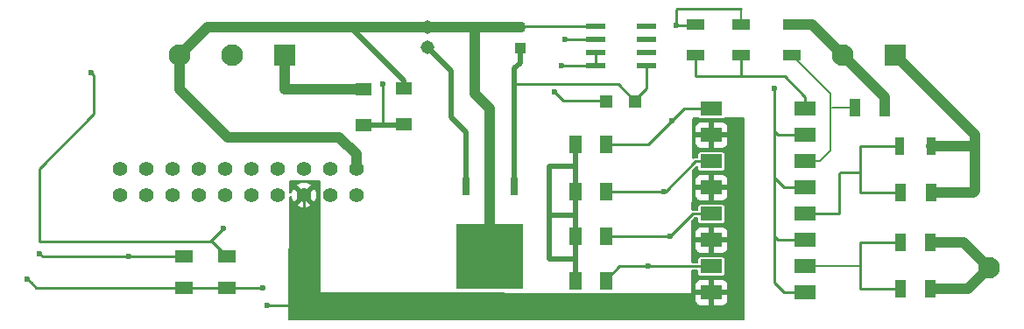
<source format=gbr>
%TF.GenerationSoftware,KiCad,Pcbnew,9.0.0*%
%TF.CreationDate,2025-11-28T03:58:01-07:00*%
%TF.ProjectId,signal-board,7369676e-616c-42d6-926f-6172642e6b69,rev?*%
%TF.SameCoordinates,Original*%
%TF.FileFunction,Copper,L2,Bot*%
%TF.FilePolarity,Positive*%
%FSLAX46Y46*%
G04 Gerber Fmt 4.6, Leading zero omitted, Abs format (unit mm)*
G04 Created by KiCad (PCBNEW 9.0.0) date 2025-11-28 03:58:01*
%MOMM*%
%LPD*%
G01*
G04 APERTURE LIST*
%TA.AperFunction,ComponentPad*%
%ADD10R,2.100000X2.100000*%
%TD*%
%TA.AperFunction,ComponentPad*%
%ADD11C,2.100000*%
%TD*%
%TA.AperFunction,SMDPad,CuDef*%
%ADD12R,1.050000X1.720000*%
%TD*%
%TA.AperFunction,SMDPad,CuDef*%
%ADD13R,0.890000X1.680000*%
%TD*%
%TA.AperFunction,SMDPad,CuDef*%
%ADD14R,1.770000X1.170000*%
%TD*%
%TA.AperFunction,SMDPad,CuDef*%
%ADD15R,1.200000X1.200000*%
%TD*%
%TA.AperFunction,SMDPad,CuDef*%
%ADD16R,0.711200X1.701800*%
%TD*%
%TA.AperFunction,SMDPad,CuDef*%
%ADD17R,6.553200X6.223000*%
%TD*%
%TA.AperFunction,SMDPad,CuDef*%
%ADD18R,1.170000X1.770000*%
%TD*%
%TA.AperFunction,SMDPad,CuDef*%
%ADD19R,1.720000X1.050000*%
%TD*%
%TA.AperFunction,ComponentPad*%
%ADD20R,1.100000X1.100000*%
%TD*%
%TA.AperFunction,ComponentPad*%
%ADD21C,1.100000*%
%TD*%
%TA.AperFunction,SMDPad,CuDef*%
%ADD22R,1.500000X1.250000*%
%TD*%
%TA.AperFunction,ComponentPad*%
%ADD23C,1.397000*%
%TD*%
%TA.AperFunction,SMDPad,CuDef*%
%ADD24R,2.090000X1.390000*%
%TD*%
%TA.AperFunction,SMDPad,CuDef*%
%ADD25R,1.981200X0.558800*%
%TD*%
%TA.AperFunction,ComponentPad*%
%ADD26C,1.308000*%
%TD*%
%TA.AperFunction,ViaPad*%
%ADD27C,0.600000*%
%TD*%
%TA.AperFunction,Conductor*%
%ADD28C,0.254000*%
%TD*%
%TA.AperFunction,Conductor*%
%ADD29C,0.200000*%
%TD*%
%TA.AperFunction,Conductor*%
%ADD30C,1.000000*%
%TD*%
%TA.AperFunction,Conductor*%
%ADD31C,0.500000*%
%TD*%
G04 APERTURE END LIST*
D10*
%TO.P,J1,01,01*%
%TO.N,ramp_up*%
X186002500Y-75090000D03*
D11*
%TO.P,J1,02,02*%
%TO.N,ramp_down*%
X180922500Y-75090000D03*
%TD*%
%TO.P,,03,02*%
%TO.N,spare*%
X195070000Y-95640000D03*
%TD*%
D12*
%TO.P,R5,2*%
%TO.N,/ramp_down_opto*%
X182120000Y-80190000D03*
%TO.P,R5,1*%
%TO.N,ramp_down*%
X185040000Y-80190000D03*
%TD*%
D13*
%TO.P,R4,2*%
%TO.N,ramp_up_opto*%
X186475000Y-83840000D03*
%TO.P,R4,1*%
%TO.N,ramp_up*%
X189465000Y-83840000D03*
%TD*%
D12*
%TO.P,R1,2*%
%TO.N,spare_opto*%
X186510000Y-97690000D03*
%TO.P,R1,1*%
%TO.N,spare*%
X189430000Y-97690000D03*
%TD*%
%TO.P,R2,2*%
%TO.N,spare_opto*%
X186510000Y-93190000D03*
%TO.P,R2,1*%
%TO.N,spare*%
X189430000Y-93190000D03*
%TD*%
%TO.P,R3,2*%
%TO.N,ramp_up_opto*%
X186550000Y-88340000D03*
%TO.P,R3,1*%
%TO.N,ramp_up*%
X189470000Y-88340000D03*
%TD*%
D10*
%TO.P,J2,01,01*%
%TO.N,sim_home*%
X126992500Y-75106000D03*
D11*
%TO.P,J2,02,02*%
%TO.N,+VIN-dc*%
X121912500Y-75106000D03*
%TO.P,J2,03,03*%
%TO.N,-Vin*%
X116832500Y-75106000D03*
%TD*%
D14*
%TO.P,R18,2*%
%TO.N,GPIO_22*%
X117250000Y-94572000D03*
%TO.P,R18,1*%
%TO.N,+3.3V*%
X117250000Y-97560000D03*
%TD*%
D15*
%TO.P,U4,2*%
%TO.N,Net-(U3-1IN+)*%
X158090000Y-79528100D03*
%TO.P,U4,1*%
%TO.N,VDD*%
X160890000Y-79528100D03*
%TD*%
D16*
%TO.P,U5,3,OUTPUT*%
%TO.N,VDD*%
X149150001Y-87809600D03*
D17*
%TO.P,U5,2,Common*%
%TO.N,-Vin*%
X146850000Y-94566000D03*
D16*
%TO.P,U5,1,INPUT*%
%TO.N,+VIN-dc*%
X144549999Y-87809600D03*
%TD*%
D14*
%TO.P,R17,2*%
%TO.N,GPIO_21*%
X121420000Y-94572000D03*
%TO.P,R17,1*%
%TO.N,+3.3V*%
X121420000Y-97560000D03*
%TD*%
D18*
%TO.P,R12,2*%
%TO.N,+3.3V*%
X155096000Y-88278100D03*
%TO.P,R12,1*%
%TO.N,GPIO_25*%
X158084000Y-88278100D03*
%TD*%
D19*
%TO.P,R6,2*%
%TO.N,/ramp_down_opto*%
X176060000Y-75070000D03*
%TO.P,R6,1*%
%TO.N,ramp_down*%
X176060000Y-72150000D03*
%TD*%
D20*
%TO.P,C4,P*%
%TO.N,VDD*%
X149750000Y-74358100D03*
D21*
%TO.P,C4,N*%
%TO.N,-Vin*%
X149750000Y-72358100D03*
%TD*%
D22*
%TO.P,R19,2*%
%TO.N,sim_home*%
X134640000Y-78403100D03*
%TO.P,R19,1*%
%TO.N,Net-(U3-1IN+)*%
X134640000Y-81853100D03*
%TD*%
D19*
%TO.P,R22,2*%
%TO.N,/sim_home_opto*%
X166730000Y-75058100D03*
%TO.P,R22,1*%
%TO.N,sim_home_safe*%
X166730000Y-72138100D03*
%TD*%
D23*
%TO.P,J6,B10,B10*%
%TO.N,-Vin*%
X133954900Y-86080851D03*
%TO.P,J6,B9,B9*%
%TO.N,GPIO_21*%
X131414900Y-86080851D03*
%TO.P,J6,B8,B8*%
%TO.N,GPIO_22*%
X128874900Y-86080851D03*
%TO.P,J6,B7,B7*%
%TO.N,GPIO_23*%
X126334900Y-86080851D03*
%TO.P,J6,B6,B6*%
%TO.N,+3.3V*%
X123794900Y-86080851D03*
%TO.P,J6,B5,B5*%
%TO.N,GPIO_32*%
X121254900Y-86080851D03*
%TO.P,J6,B4,B4*%
%TO.N,GPIO_33*%
X118714900Y-86080851D03*
%TO.P,J6,B3,B3*%
%TO.N,GPIO_25*%
X116174900Y-86080851D03*
%TO.P,J6,B2,B2*%
%TO.N,GPIO_26*%
X113634900Y-86080851D03*
%TO.P,J6,B1,B1*%
%TO.N,GPIO_27*%
X111094900Y-86080851D03*
%TO.P,J6,A10,A10*%
%TO.N,CLK*%
X133954900Y-88620851D03*
%TO.P,J6,A9,A9*%
%TO.N,GPIO_2*%
X131414900Y-88620851D03*
%TO.P,J6,A8,A8*%
%TO.N,ESP_GND2*%
X128874900Y-88620851D03*
%TO.P,J6,A7,A7*%
%TO.N,GPIO_13*%
X126334900Y-88620851D03*
%TO.P,J6,A6,A6*%
%TO.N,GPIO_ANAG_35*%
X123794900Y-88620851D03*
%TO.P,J6,A5,A5*%
%TO.N,unconnected-(J6-PadA5)*%
X121254900Y-88620851D03*
%TO.P,J6,A4,A4*%
%TO.N,GPIO_ANAG_34*%
X118714900Y-88620851D03*
%TO.P,J6,A3,A3*%
%TO.N,+VOUT_esp_signal*%
X116174900Y-88620851D03*
%TO.P,J6,A2,A2*%
%TO.N,+VIN-dc*%
X113634900Y-88620851D03*
%TO.P,J6,A1,A1*%
%TO.N,+VIN*%
X111094900Y-88620851D03*
%TD*%
D18*
%TO.P,R9,2*%
%TO.N,+3.3V*%
X155096000Y-96878100D03*
%TO.P,R9,1*%
%TO.N,GPIO_32*%
X158084000Y-96878100D03*
%TD*%
D24*
%TO.P,U2,16*%
%TO.N,GPIO_26*%
X168250000Y-80276000D03*
%TO.P,U2,15*%
%TO.N,ESP_GND2*%
X168250000Y-82816000D03*
%TO.P,U2,14*%
%TO.N,GPIO_25*%
X168250000Y-85356000D03*
%TO.P,U2,13*%
%TO.N,ESP_GND2*%
X168250000Y-87896000D03*
%TO.P,U2,12*%
%TO.N,GPIO_33*%
X168250000Y-90436000D03*
%TO.P,U2,11*%
%TO.N,ESP_GND2*%
X168250000Y-92976000D03*
%TO.P,U2,10*%
%TO.N,GPIO_32*%
X168250000Y-95516000D03*
%TO.P,U2,9*%
%TO.N,ESP_GND2*%
X168250000Y-98056000D03*
%TO.P,U2,8*%
%TO.N,-Vin*%
X177330000Y-98056000D03*
%TO.P,U2,7*%
%TO.N,spare_opto*%
X177330000Y-95516000D03*
%TO.P,U2,6*%
%TO.N,-Vin*%
X177330000Y-92976000D03*
%TO.P,U2,5*%
%TO.N,ramp_up_opto*%
X177330000Y-90436000D03*
%TO.P,U2,4*%
%TO.N,-Vin*%
X177330000Y-87896000D03*
%TO.P,U2,3*%
%TO.N,/ramp_down_opto*%
X177330000Y-85356000D03*
%TO.P,U2,2*%
%TO.N,-Vin*%
X177330000Y-82816000D03*
%TO.P,U2,1*%
%TO.N,/sim_home_opto*%
X177330000Y-80276000D03*
%TD*%
D25*
%TO.P,U3,8,VDD*%
%TO.N,VDD*%
X161983800Y-76103100D03*
%TO.P,U3,7,2OUT*%
%TO.N,unconnected-(U3-2OUT-Pad7)*%
X161983800Y-74833100D03*
%TO.P,U3,6,2IN-*%
%TO.N,unconnected-(U3-2IN--Pad6)*%
X161983800Y-73563100D03*
%TO.P,U3,5,2IN+*%
%TO.N,unconnected-(U3-2IN+-Pad5)*%
X161983800Y-72293100D03*
%TO.P,U3,4,GND*%
%TO.N,-Vin*%
X157056200Y-72293100D03*
%TO.P,U3,3,1IN+*%
%TO.N,Net-(U3-1IN+)*%
X157056200Y-73563100D03*
%TO.P,U3,2,1IN-*%
%TO.N,sim_home_safe*%
X157056200Y-74833100D03*
%TO.P,U3,1,1OUT*%
X157056200Y-76103100D03*
%TD*%
D18*
%TO.P,R10,2*%
%TO.N,+3.3V*%
X155096000Y-92628100D03*
%TO.P,R10,1*%
%TO.N,GPIO_33*%
X158084000Y-92628100D03*
%TD*%
D19*
%TO.P,R20,2*%
%TO.N,/sim_home_opto*%
X171130000Y-75058100D03*
%TO.P,R20,1*%
%TO.N,sim_home_safe*%
X171130000Y-72138100D03*
%TD*%
D26*
%TO.P,C5,2*%
%TO.N,-Vin*%
X140790000Y-72328100D03*
%TO.P,C5,1*%
%TO.N,+VIN-dc*%
X140790000Y-74328100D03*
%TD*%
D22*
%TO.P,R21,2*%
%TO.N,Net-(U3-1IN+)*%
X138560000Y-81753100D03*
%TO.P,R21,1*%
%TO.N,-Vin*%
X138560000Y-78303100D03*
%TD*%
D18*
%TO.P,R11,2*%
%TO.N,+3.3V*%
X155096000Y-83728100D03*
%TO.P,R11,1*%
%TO.N,GPIO_26*%
X158084000Y-83728100D03*
%TD*%
D27*
%TO.N,Net-(U3-1IN+)*%
X153113950Y-78652050D03*
%TO.N,+3.3V*%
X124930000Y-97616000D03*
%TO.N,GPIO_26*%
X164445000Y-81421000D03*
%TO.N,GPIO_22*%
X111900000Y-94572000D03*
%TO.N,GPIO_33*%
X164250000Y-92616000D03*
%TO.N,sim_home_safe*%
X153740000Y-76078100D03*
%TO.N,GPIO_25*%
X163700000Y-88316000D03*
%TO.N,GPIO_32*%
X162150000Y-95516000D03*
%TO.N,Net-(U3-1IN+)*%
X136530000Y-77906000D03*
%TO.N,+3.3V*%
X102150000Y-96716000D03*
%TO.N,-Vin*%
X174300000Y-78266000D03*
%TO.N,Net-(U3-1IN+)*%
X154090000Y-73563100D03*
%TO.N,GPIO_21*%
X108336601Y-76780001D03*
%TO.N,GPIO_22*%
X103300000Y-94266000D03*
%TO.N,+3.3V*%
X152580000Y-90556000D03*
%TO.N,ESP_GND2*%
X125280000Y-99256000D03*
%TO.N,sim_home_safe*%
X164840000Y-72166000D03*
%TO.N,GPIO_21*%
X121100000Y-91866000D03*
%TD*%
D28*
%TO.N,/sim_home_opto*%
X171130000Y-77138100D02*
X171140000Y-77148100D01*
X171140000Y-77148100D02*
X175332100Y-77148100D01*
X171130000Y-75058100D02*
X171130000Y-77138100D01*
D29*
%TO.N,sim_home_safe*%
X171130000Y-72138100D02*
X171130000Y-70570000D01*
D28*
X164916000Y-70570000D02*
X171130000Y-70570000D01*
X164840000Y-70646000D02*
X164916000Y-70570000D01*
X164840000Y-72166000D02*
X164840000Y-70646000D01*
D30*
%TO.N,ramp_down*%
X185002500Y-79170000D02*
X180922500Y-75090000D01*
X185002500Y-80152500D02*
X185002500Y-79170000D01*
X177982500Y-72150000D02*
X180922500Y-75090000D01*
%TO.N,ramp_up*%
X193690000Y-82777500D02*
X186002500Y-75090000D01*
X193690000Y-83840000D02*
X193690000Y-82777500D01*
D29*
%TO.N,/ramp_down_opto*%
X178710000Y-85356000D02*
X177330000Y-85356000D01*
X179790000Y-78800000D02*
X179790000Y-84276000D01*
X176060000Y-75070000D02*
X179790000Y-78800000D01*
X179790000Y-84276000D02*
X178710000Y-85356000D01*
D30*
%TO.N,ramp_down*%
X177982500Y-72150000D02*
X176060000Y-72150000D01*
%TO.N,ramp_up*%
X193690000Y-88220000D02*
X193570000Y-88340000D01*
X193690000Y-83840000D02*
X193690000Y-88220000D01*
D29*
%TO.N,spare_opto*%
X182636000Y-95516000D02*
X182650000Y-95530000D01*
X177330000Y-95516000D02*
X182636000Y-95516000D01*
%TO.N,ramp_down*%
X185002500Y-80152500D02*
X185040000Y-80190000D01*
%TO.N,/ramp_down_opto*%
X182120000Y-80190000D02*
X179910000Y-80190000D01*
D30*
%TO.N,spare*%
X189430000Y-97690000D02*
X193020000Y-97690000D01*
X189430000Y-93190000D02*
X192620000Y-93190000D01*
X193020000Y-97690000D02*
X195070000Y-95640000D01*
X192620000Y-93190000D02*
X195070000Y-95640000D01*
D28*
%TO.N,ramp_up_opto*%
X186550000Y-88340000D02*
X182670000Y-88340000D01*
X182670000Y-86430000D02*
X182670000Y-88340000D01*
D30*
%TO.N,ramp_up*%
X193570000Y-88340000D02*
X189470000Y-88340000D01*
X189465000Y-83840000D02*
X193690000Y-83840000D01*
D28*
%TO.N,ramp_up_opto*%
X180750000Y-86380000D02*
X182620000Y-86380000D01*
X182670000Y-83840000D02*
X182670000Y-86430000D01*
%TO.N,spare_opto*%
X186510000Y-93190000D02*
X182650000Y-93190000D01*
X182650000Y-93190000D02*
X182650000Y-95530000D01*
X186510000Y-97690000D02*
X182650000Y-97690000D01*
%TO.N,ramp_up_opto*%
X182620000Y-86380000D02*
X182670000Y-86430000D01*
X186475000Y-83840000D02*
X182670000Y-83840000D01*
%TO.N,spare_opto*%
X182650000Y-97690000D02*
X182650000Y-95530000D01*
%TO.N,GPIO_21*%
X108581000Y-77024400D02*
X108336601Y-76780001D01*
X108581000Y-80785000D02*
X108581000Y-77024400D01*
D30*
%TO.N,-Vin*%
X121470400Y-83026000D02*
X132300000Y-83026000D01*
X116822500Y-78378100D02*
X121470400Y-83026000D01*
X132300000Y-83026000D02*
X133954900Y-84680900D01*
X116832500Y-78368100D02*
X116822500Y-78378100D01*
X133954900Y-84680900D02*
X133954900Y-85750900D01*
X116832500Y-75106000D02*
X116832500Y-78368100D01*
X133954900Y-85750900D02*
X133980000Y-85776000D01*
D31*
%TO.N,VDD*%
X149200000Y-87759601D02*
X149150001Y-87809600D01*
D30*
%TO.N,-Vin*%
X146800000Y-94516000D02*
X146800000Y-80216000D01*
D28*
%TO.N,GPIO_22*%
X103606000Y-94572000D02*
X111900000Y-94572000D01*
%TO.N,/sim_home_opto*%
X177330000Y-79146000D02*
X177330000Y-80276000D01*
%TO.N,GPIO_25*%
X158121900Y-88316000D02*
X158084000Y-88278100D01*
%TO.N,GPIO_21*%
X116300000Y-93116000D02*
X119964000Y-93116000D01*
D31*
%TO.N,Net-(U3-1IN+)*%
X138560000Y-81753100D02*
X138485000Y-81828100D01*
D28*
%TO.N,+3.3V*%
X124874000Y-97560000D02*
X121420000Y-97560000D01*
D31*
X155096000Y-85806000D02*
X155096000Y-83728100D01*
D28*
%TO.N,/sim_home_opto*%
X166730000Y-77148100D02*
X170020000Y-77148100D01*
D31*
%TO.N,+VIN-dc*%
X143059999Y-81125999D02*
X144499999Y-82565999D01*
D28*
%TO.N,VDD*%
X159251500Y-77889600D02*
X160890000Y-79528100D01*
%TO.N,/sim_home_opto*%
X175332100Y-77148100D02*
X177330000Y-79146000D01*
%TO.N,GPIO_25*%
X163800000Y-88316000D02*
X158121900Y-88316000D01*
%TO.N,GPIO_26*%
X164445000Y-81421000D02*
X162137900Y-83728100D01*
D31*
%TO.N,VDD*%
X149200000Y-77889600D02*
X149200000Y-87759601D01*
D30*
%TO.N,-Vin*%
X145220000Y-72358100D02*
X149750000Y-72358100D01*
D31*
%TO.N,+VIN-dc*%
X143059999Y-76598099D02*
X143059999Y-81125999D01*
D28*
%TO.N,GPIO_21*%
X119964000Y-93116000D02*
X121420000Y-94572000D01*
%TO.N,GPIO_26*%
X165590000Y-80276000D02*
X168250000Y-80276000D01*
%TO.N,-Vin*%
X174300000Y-92616000D02*
X174300000Y-97116000D01*
X174300000Y-78266000D02*
X174300000Y-82466000D01*
%TO.N,+3.3V*%
X121420000Y-97560000D02*
X117250000Y-97560000D01*
%TO.N,-Vin*%
X145360000Y-72498100D02*
X145220000Y-72358100D01*
X174300000Y-82466000D02*
X174300000Y-86966000D01*
D31*
%TO.N,VDD*%
X149750000Y-75799601D02*
X149750000Y-74358100D01*
D28*
%TO.N,+3.3V*%
X124930000Y-97616000D02*
X124874000Y-97560000D01*
%TO.N,GPIO_21*%
X103300000Y-93116000D02*
X103300000Y-86066000D01*
%TO.N,-Vin*%
X175230000Y-87896000D02*
X177330000Y-87896000D01*
D31*
%TO.N,+3.3V*%
X155096000Y-96878100D02*
X155096000Y-94806000D01*
D28*
%TO.N,-Vin*%
X174300000Y-92616000D02*
X174660000Y-92976000D01*
X140800000Y-72328100D02*
X140830000Y-72358100D01*
D30*
X145400000Y-72538100D02*
X145220000Y-72358100D01*
D31*
X138560000Y-77568100D02*
X133340000Y-72348100D01*
D30*
X146850000Y-94566000D02*
X146800000Y-94516000D01*
D28*
%TO.N,GPIO_33*%
X166430000Y-90436000D02*
X164250000Y-92616000D01*
%TO.N,ESP_GND2*%
X127360000Y-99256000D02*
X128900000Y-97716000D01*
%TO.N,-Vin*%
X174300000Y-97116000D02*
X175240000Y-98056000D01*
%TO.N,Net-(U3-1IN+)*%
X154090000Y-73563100D02*
X157056200Y-73563100D01*
%TO.N,GPIO_22*%
X103300000Y-94266000D02*
X103606000Y-94572000D01*
D31*
%TO.N,+3.3V*%
X152580000Y-85806000D02*
X155096000Y-85806000D01*
D28*
%TO.N,GPIO_21*%
X116300000Y-93116000D02*
X103300000Y-93116000D01*
%TO.N,-Vin*%
X140790000Y-72328100D02*
X140800000Y-72328100D01*
%TO.N,+3.3V*%
X102944000Y-97560000D02*
X102500000Y-97116000D01*
D31*
%TO.N,VDD*%
X149200000Y-77889600D02*
X149200000Y-76349601D01*
D28*
X149200000Y-77889600D02*
X159251500Y-77889600D01*
%TO.N,GPIO_26*%
X164445000Y-81421000D02*
X165590000Y-80276000D01*
%TO.N,/sim_home_opto*%
X166730000Y-75058100D02*
X166730000Y-77148100D01*
%TO.N,GPIO_21*%
X119850000Y-93116000D02*
X121100000Y-91866000D01*
%TO.N,VDD*%
X161983800Y-78334300D02*
X161983800Y-76103100D01*
D31*
%TO.N,+3.3V*%
X152580000Y-90556000D02*
X152580000Y-94806000D01*
D28*
%TO.N,sim_home_safe*%
X153765000Y-76103100D02*
X153740000Y-76078100D01*
%TO.N,-Vin*%
X157056200Y-72293100D02*
X149815000Y-72293100D01*
%TO.N,Net-(U3-1IN+)*%
X136530000Y-77906000D02*
X136500000Y-77936000D01*
D30*
%TO.N,-Vin*%
X140830000Y-72358100D02*
X145220000Y-72358100D01*
D28*
X174300000Y-82466000D02*
X174650000Y-82816000D01*
D31*
X138560000Y-78303100D02*
X138560000Y-77568100D01*
%TO.N,+VIN-dc*%
X144499999Y-87759600D02*
X144549999Y-87809600D01*
D28*
%TO.N,ESP_GND2*%
X128900000Y-97716000D02*
X128900000Y-88316000D01*
%TO.N,-Vin*%
X174300000Y-86966000D02*
X174300000Y-92616000D01*
%TO.N,GPIO_32*%
X159346100Y-95516000D02*
X157984000Y-96878100D01*
%TO.N,+3.3V*%
X117250000Y-97560000D02*
X102944000Y-97560000D01*
D31*
X155096000Y-94806000D02*
X155096000Y-92628100D01*
D28*
%TO.N,GPIO_32*%
X168250000Y-95516000D02*
X159346100Y-95516000D01*
%TO.N,-Vin*%
X175240000Y-98056000D02*
X177330000Y-98056000D01*
D31*
%TO.N,+3.3V*%
X152580000Y-90556000D02*
X155096000Y-90556000D01*
X152580000Y-94806000D02*
X155096000Y-94806000D01*
X155096000Y-90556000D02*
X155096000Y-88278100D01*
X152580000Y-90556000D02*
X152580000Y-85806000D01*
D28*
%TO.N,GPIO_33*%
X164250000Y-92616000D02*
X158146100Y-92616000D01*
D31*
%TO.N,-Vin*%
X138560000Y-78003100D02*
X138560000Y-78303100D01*
%TO.N,+VIN-dc*%
X140790000Y-74328100D02*
X143059999Y-76598099D01*
D28*
%TO.N,-Vin*%
X174650000Y-82816000D02*
X177330000Y-82816000D01*
D31*
%TO.N,+3.3V*%
X155096000Y-88278100D02*
X155096000Y-85806000D01*
D28*
X102150000Y-96766000D02*
X102150000Y-96716000D01*
%TO.N,sim_home_safe*%
X157056200Y-76103100D02*
X153765000Y-76103100D01*
%TO.N,GPIO_21*%
X116300000Y-93116000D02*
X119850000Y-93116000D01*
%TO.N,/sim_home_opto*%
X170020000Y-77148100D02*
X171140000Y-77148100D01*
%TO.N,Net-(U3-1IN+)*%
X138560000Y-81753100D02*
X138560000Y-81453100D01*
%TO.N,GPIO_21*%
X103300000Y-86066000D02*
X108581000Y-80785000D01*
D30*
%TO.N,-Vin*%
X146800000Y-80216000D02*
X145400000Y-78816000D01*
D28*
%TO.N,sim_home_safe*%
X157056200Y-76103100D02*
X157056200Y-74833100D01*
%TO.N,+3.3V*%
X102500000Y-97116000D02*
X102150000Y-96766000D01*
%TO.N,-Vin*%
X174660000Y-92976000D02*
X177330000Y-92976000D01*
%TO.N,ESP_GND2*%
X125280000Y-99256000D02*
X127360000Y-99256000D01*
%TO.N,GPIO_25*%
X168250000Y-85356000D02*
X166760000Y-85356000D01*
%TO.N,VDD*%
X160890000Y-79428100D02*
X161983800Y-78334300D01*
D31*
%TO.N,Net-(U3-1IN+)*%
X138485000Y-81828100D02*
X134925000Y-81828100D01*
D28*
%TO.N,GPIO_22*%
X117250000Y-94572000D02*
X111900000Y-94572000D01*
%TO.N,sim_home_safe*%
X166702100Y-72166000D02*
X166730000Y-72138100D01*
%TO.N,GPIO_25*%
X166760000Y-85356000D02*
X163800000Y-88316000D01*
D31*
%TO.N,VDD*%
X149200000Y-76349601D02*
X149750000Y-75799601D01*
D28*
%TO.N,sim_home_safe*%
X164840000Y-72166000D02*
X166702100Y-72166000D01*
D31*
%TO.N,+3.3V*%
X155096000Y-92628100D02*
X155096000Y-90556000D01*
D28*
%TO.N,GPIO_33*%
X168250000Y-90436000D02*
X166430000Y-90436000D01*
%TO.N,-Vin*%
X174300000Y-86966000D02*
X175230000Y-87896000D01*
%TO.N,GPIO_33*%
X158146100Y-92616000D02*
X158134000Y-92628100D01*
%TO.N,-Vin*%
X149815000Y-72293100D02*
X149750000Y-72358100D01*
D30*
%TO.N,sim_home*%
X134295000Y-78378100D02*
X126982500Y-78378100D01*
D28*
%TO.N,VDD*%
X160890000Y-79528100D02*
X160890000Y-79428100D01*
D30*
%TO.N,-Vin*%
X145400000Y-78816000D02*
X145400000Y-72538100D01*
D28*
%TO.N,GPIO_26*%
X162137900Y-83728100D02*
X158084000Y-83728100D01*
%TO.N,Net-(U3-1IN+)*%
X136530000Y-77906000D02*
X136530000Y-81838100D01*
D30*
%TO.N,sim_home*%
X126982500Y-78378100D02*
X126992500Y-78368100D01*
D31*
%TO.N,+VIN-dc*%
X144499999Y-82565999D02*
X144499999Y-87759600D01*
D28*
%TO.N,Net-(U3-1IN+)*%
X153113950Y-78652050D02*
X153940000Y-79478100D01*
X153940000Y-79478100D02*
X158040000Y-79478100D01*
X158040000Y-79478100D02*
X158090000Y-79528100D01*
D30*
%TO.N,-Vin*%
X140790000Y-72328100D02*
X140752100Y-72366000D01*
X119572500Y-72366000D02*
X116832500Y-75106000D01*
X140752100Y-72366000D02*
X119572500Y-72366000D01*
%TO.N,sim_home*%
X126992500Y-78368100D02*
X126992500Y-75106000D01*
D28*
%TO.N,ramp_up_opto*%
X177330000Y-90436000D02*
X180630000Y-90436000D01*
X180630000Y-90436000D02*
X180630000Y-86500000D01*
X180630000Y-86500000D02*
X180750000Y-86380000D01*
%TD*%
%TA.AperFunction,Conductor*%
%TO.N,ESP_GND2*%
G36*
X167090542Y-81135685D02*
G01*
X167092395Y-81136898D01*
X167126769Y-81159867D01*
X167126772Y-81159867D01*
X167126773Y-81159868D01*
X167185247Y-81171499D01*
X167185250Y-81171500D01*
X167185252Y-81171500D01*
X169314750Y-81171500D01*
X169314751Y-81171499D01*
X169373231Y-81159867D01*
X169407606Y-81136898D01*
X169474284Y-81116020D01*
X169476497Y-81116000D01*
X171376000Y-81116000D01*
X171443039Y-81135685D01*
X171488794Y-81188489D01*
X171500000Y-81240000D01*
X171500000Y-100565500D01*
X171480315Y-100632539D01*
X171427511Y-100678294D01*
X171376000Y-100689500D01*
X127445237Y-100689500D01*
X127378198Y-100669815D01*
X127332443Y-100617011D01*
X127321244Y-100564171D01*
X127335318Y-99250999D01*
X127340164Y-98798844D01*
X166705000Y-98798844D01*
X166711401Y-98858372D01*
X166711403Y-98858379D01*
X166761645Y-98993086D01*
X166761649Y-98993093D01*
X166847809Y-99108187D01*
X166847812Y-99108190D01*
X166962906Y-99194350D01*
X166962913Y-99194354D01*
X167097620Y-99244596D01*
X167097627Y-99244598D01*
X167157155Y-99250999D01*
X167157172Y-99251000D01*
X168000000Y-99251000D01*
X168500000Y-99251000D01*
X169342828Y-99251000D01*
X169342844Y-99250999D01*
X169402372Y-99244598D01*
X169402379Y-99244596D01*
X169537086Y-99194354D01*
X169537093Y-99194350D01*
X169652187Y-99108190D01*
X169652190Y-99108187D01*
X169738350Y-98993093D01*
X169738354Y-98993086D01*
X169788596Y-98858379D01*
X169788598Y-98858372D01*
X169794999Y-98798844D01*
X169795000Y-98798827D01*
X169795000Y-98306000D01*
X168500000Y-98306000D01*
X168500000Y-99251000D01*
X168000000Y-99251000D01*
X168000000Y-98306000D01*
X166705000Y-98306000D01*
X166705000Y-98798844D01*
X127340164Y-98798844D01*
X127446891Y-88840308D01*
X127467293Y-88773487D01*
X127520584Y-88728300D01*
X127589845Y-88719098D01*
X127653086Y-88748803D01*
X127690229Y-88807982D01*
X127693357Y-88822241D01*
X127705911Y-88901501D01*
X127764204Y-89080912D01*
X127764205Y-89080914D01*
X127849852Y-89249004D01*
X127868089Y-89274106D01*
X127868090Y-89274106D01*
X128437252Y-88704944D01*
X128460692Y-88792422D01*
X128519211Y-88893781D01*
X128601970Y-88976540D01*
X128703329Y-89035059D01*
X128790805Y-89058498D01*
X128221643Y-89627659D01*
X128221643Y-89627660D01*
X128246744Y-89645897D01*
X128414835Y-89731545D01*
X128414838Y-89731546D01*
X128594249Y-89789839D01*
X128780577Y-89819351D01*
X128969223Y-89819351D01*
X129155550Y-89789839D01*
X129334961Y-89731546D01*
X129334964Y-89731545D01*
X129503051Y-89645899D01*
X129528155Y-89627659D01*
X129528156Y-89627659D01*
X128958995Y-89058498D01*
X129046471Y-89035059D01*
X129147830Y-88976540D01*
X129230589Y-88893781D01*
X129289108Y-88792422D01*
X129312547Y-88704945D01*
X129881708Y-89274107D01*
X129881708Y-89274106D01*
X129899948Y-89249002D01*
X129985594Y-89080915D01*
X129985595Y-89080912D01*
X130043888Y-88901501D01*
X130073400Y-88715174D01*
X130073400Y-88526527D01*
X130043888Y-88340200D01*
X129985595Y-88160789D01*
X129985594Y-88160786D01*
X129899946Y-87992695D01*
X129881709Y-87967594D01*
X129881708Y-87967594D01*
X129312547Y-88536755D01*
X129289108Y-88449280D01*
X129230589Y-88347921D01*
X129147830Y-88265162D01*
X129046471Y-88206643D01*
X128958994Y-88183203D01*
X129528155Y-87614041D01*
X129528155Y-87614040D01*
X129503053Y-87595803D01*
X129334963Y-87510156D01*
X129334961Y-87510155D01*
X129155550Y-87451862D01*
X128969223Y-87422351D01*
X128780577Y-87422351D01*
X128594249Y-87451862D01*
X128414838Y-87510155D01*
X128414836Y-87510156D01*
X128246744Y-87595804D01*
X128246739Y-87595808D01*
X128221643Y-87614039D01*
X128221643Y-87614042D01*
X128790806Y-88183203D01*
X128703329Y-88206643D01*
X128601970Y-88265162D01*
X128519211Y-88347921D01*
X128460692Y-88449280D01*
X128437252Y-88536756D01*
X127868091Y-87967594D01*
X127868088Y-87967594D01*
X127849857Y-87992690D01*
X127849853Y-87992695D01*
X127764205Y-88160787D01*
X127764204Y-88160789D01*
X127705911Y-88340199D01*
X127698433Y-88387412D01*
X127668503Y-88450546D01*
X127609190Y-88487476D01*
X127539328Y-88486478D01*
X127481096Y-88447867D01*
X127452982Y-88383903D01*
X127451967Y-88366694D01*
X127463628Y-87278669D01*
X127484030Y-87211846D01*
X127537321Y-87166660D01*
X127587621Y-87156000D01*
X130329689Y-87156000D01*
X130396728Y-87175685D01*
X130442483Y-87228489D01*
X130453689Y-87280043D01*
X130449999Y-98015999D01*
X130450000Y-98016000D01*
X166253419Y-98121629D01*
X166253419Y-98121628D01*
X166253421Y-98121629D01*
X166258827Y-97523886D01*
X166260734Y-97313155D01*
X166705000Y-97313155D01*
X166705000Y-97806000D01*
X168000000Y-97806000D01*
X168500000Y-97806000D01*
X169795000Y-97806000D01*
X169795000Y-97313172D01*
X169794999Y-97313155D01*
X169788598Y-97253627D01*
X169788596Y-97253620D01*
X169738354Y-97118913D01*
X169738350Y-97118906D01*
X169652190Y-97003812D01*
X169652187Y-97003809D01*
X169537093Y-96917649D01*
X169537086Y-96917645D01*
X169402379Y-96867403D01*
X169402372Y-96867401D01*
X169342844Y-96861000D01*
X168500000Y-96861000D01*
X168500000Y-97806000D01*
X168000000Y-97806000D01*
X168000000Y-96861000D01*
X167157155Y-96861000D01*
X167097627Y-96867401D01*
X167097620Y-96867403D01*
X166962913Y-96917645D01*
X166962906Y-96917649D01*
X166847812Y-97003809D01*
X166847809Y-97003812D01*
X166761649Y-97118906D01*
X166761645Y-97118913D01*
X166711403Y-97253620D01*
X166711401Y-97253627D01*
X166705000Y-97313155D01*
X166260734Y-97313155D01*
X166260774Y-97308729D01*
X166272916Y-95966378D01*
X166293206Y-95899520D01*
X166346422Y-95854244D01*
X166396911Y-95843500D01*
X166880500Y-95843500D01*
X166947539Y-95863185D01*
X166993294Y-95915989D01*
X167004500Y-95967500D01*
X167004500Y-96230752D01*
X167016131Y-96289229D01*
X167016132Y-96289230D01*
X167060447Y-96355552D01*
X167126769Y-96399867D01*
X167126770Y-96399868D01*
X167185247Y-96411499D01*
X167185250Y-96411500D01*
X167185252Y-96411500D01*
X169314750Y-96411500D01*
X169314751Y-96411499D01*
X169329568Y-96408552D01*
X169373229Y-96399868D01*
X169373229Y-96399867D01*
X169373231Y-96399867D01*
X169439552Y-96355552D01*
X169483867Y-96289231D01*
X169483867Y-96289229D01*
X169483868Y-96289229D01*
X169495499Y-96230752D01*
X169495500Y-96230750D01*
X169495500Y-94801249D01*
X169495499Y-94801247D01*
X169483868Y-94742770D01*
X169483867Y-94742769D01*
X169439552Y-94676447D01*
X169373230Y-94632132D01*
X169373229Y-94632131D01*
X169314752Y-94620500D01*
X169314748Y-94620500D01*
X167185252Y-94620500D01*
X167185247Y-94620500D01*
X167126770Y-94632131D01*
X167126769Y-94632132D01*
X167060447Y-94676447D01*
X167016132Y-94742769D01*
X167016131Y-94742770D01*
X167004500Y-94801247D01*
X167004500Y-95064500D01*
X166984815Y-95131539D01*
X166932011Y-95177294D01*
X166880500Y-95188500D01*
X166405078Y-95188500D01*
X166338039Y-95168815D01*
X166292284Y-95116011D01*
X166281083Y-95063379D01*
X166292705Y-93778379D01*
X166293243Y-93718844D01*
X166705000Y-93718844D01*
X166711401Y-93778372D01*
X166711403Y-93778379D01*
X166761645Y-93913086D01*
X166761649Y-93913093D01*
X166847809Y-94028187D01*
X166847812Y-94028190D01*
X166962906Y-94114350D01*
X166962913Y-94114354D01*
X167097620Y-94164596D01*
X167097627Y-94164598D01*
X167157155Y-94170999D01*
X167157172Y-94171000D01*
X168000000Y-94171000D01*
X168500000Y-94171000D01*
X169342828Y-94171000D01*
X169342844Y-94170999D01*
X169402372Y-94164598D01*
X169402379Y-94164596D01*
X169537086Y-94114354D01*
X169537093Y-94114350D01*
X169652187Y-94028190D01*
X169652190Y-94028187D01*
X169738350Y-93913093D01*
X169738354Y-93913086D01*
X169788596Y-93778379D01*
X169788598Y-93778372D01*
X169794999Y-93718844D01*
X169795000Y-93718827D01*
X169795000Y-93226000D01*
X168500000Y-93226000D01*
X168500000Y-94171000D01*
X168000000Y-94171000D01*
X168000000Y-93226000D01*
X166705000Y-93226000D01*
X166705000Y-93718844D01*
X166293243Y-93718844D01*
X166306681Y-92233155D01*
X166705000Y-92233155D01*
X166705000Y-92726000D01*
X168000000Y-92726000D01*
X168500000Y-92726000D01*
X169795000Y-92726000D01*
X169795000Y-92233172D01*
X169794999Y-92233155D01*
X169788598Y-92173627D01*
X169788596Y-92173620D01*
X169738354Y-92038913D01*
X169738350Y-92038906D01*
X169652190Y-91923812D01*
X169652187Y-91923809D01*
X169537093Y-91837649D01*
X169537086Y-91837645D01*
X169402379Y-91787403D01*
X169402372Y-91787401D01*
X169342844Y-91781000D01*
X168500000Y-91781000D01*
X168500000Y-92726000D01*
X168000000Y-92726000D01*
X168000000Y-91781000D01*
X167157155Y-91781000D01*
X167097627Y-91787401D01*
X167097620Y-91787403D01*
X166962913Y-91837645D01*
X166962906Y-91837649D01*
X166847812Y-91923809D01*
X166847809Y-91923812D01*
X166761649Y-92038906D01*
X166761645Y-92038913D01*
X166711403Y-92173620D01*
X166711401Y-92173627D01*
X166705000Y-92233155D01*
X166306681Y-92233155D01*
X166317273Y-91062122D01*
X166337563Y-90995267D01*
X166353573Y-90975581D01*
X166529338Y-90799816D01*
X166590660Y-90766334D01*
X166617017Y-90763500D01*
X166880500Y-90763500D01*
X166947539Y-90783185D01*
X166993294Y-90835989D01*
X167004500Y-90887500D01*
X167004500Y-91150752D01*
X167016131Y-91209229D01*
X167016132Y-91209230D01*
X167060447Y-91275552D01*
X167126769Y-91319867D01*
X167126770Y-91319868D01*
X167185247Y-91331499D01*
X167185250Y-91331500D01*
X167185252Y-91331500D01*
X169314750Y-91331500D01*
X169314751Y-91331499D01*
X169329568Y-91328552D01*
X169373229Y-91319868D01*
X169373229Y-91319867D01*
X169373231Y-91319867D01*
X169439552Y-91275552D01*
X169483867Y-91209231D01*
X169483867Y-91209229D01*
X169483868Y-91209229D01*
X169495499Y-91150752D01*
X169495500Y-91150750D01*
X169495500Y-89721249D01*
X169495499Y-89721247D01*
X169483868Y-89662770D01*
X169483867Y-89662769D01*
X169439552Y-89596447D01*
X169373230Y-89552132D01*
X169373229Y-89552131D01*
X169314752Y-89540500D01*
X169314748Y-89540500D01*
X167185252Y-89540500D01*
X167185247Y-89540500D01*
X167126770Y-89552131D01*
X167126769Y-89552132D01*
X167060447Y-89596447D01*
X167016132Y-89662769D01*
X167016131Y-89662770D01*
X167004500Y-89721247D01*
X167004500Y-89984500D01*
X166984815Y-90051539D01*
X166932011Y-90097294D01*
X166880500Y-90108500D01*
X166451026Y-90108500D01*
X166383987Y-90088815D01*
X166338232Y-90036011D01*
X166327031Y-89983378D01*
X166339192Y-88638844D01*
X166705000Y-88638844D01*
X166711401Y-88698372D01*
X166711403Y-88698379D01*
X166761645Y-88833086D01*
X166761649Y-88833093D01*
X166847809Y-88948187D01*
X166847812Y-88948190D01*
X166962906Y-89034350D01*
X166962913Y-89034354D01*
X167097620Y-89084596D01*
X167097627Y-89084598D01*
X167157155Y-89090999D01*
X167157172Y-89091000D01*
X168000000Y-89091000D01*
X168500000Y-89091000D01*
X169342828Y-89091000D01*
X169342844Y-89090999D01*
X169402372Y-89084598D01*
X169402379Y-89084596D01*
X169537086Y-89034354D01*
X169537093Y-89034350D01*
X169652187Y-88948190D01*
X169652190Y-88948187D01*
X169738350Y-88833093D01*
X169738354Y-88833086D01*
X169788596Y-88698379D01*
X169788598Y-88698372D01*
X169794999Y-88638844D01*
X169795000Y-88638827D01*
X169795000Y-88146000D01*
X168500000Y-88146000D01*
X168500000Y-89091000D01*
X168000000Y-89091000D01*
X168000000Y-88146000D01*
X166705000Y-88146000D01*
X166705000Y-88638844D01*
X166339192Y-88638844D01*
X166344125Y-88093516D01*
X166344125Y-88093515D01*
X166348127Y-87650980D01*
X166352630Y-87153155D01*
X166705000Y-87153155D01*
X166705000Y-87646000D01*
X168000000Y-87646000D01*
X168500000Y-87646000D01*
X169795000Y-87646000D01*
X169795000Y-87153172D01*
X169794999Y-87153155D01*
X169788598Y-87093627D01*
X169788596Y-87093620D01*
X169738354Y-86958913D01*
X169738350Y-86958906D01*
X169652190Y-86843812D01*
X169652187Y-86843809D01*
X169537093Y-86757649D01*
X169537086Y-86757645D01*
X169402379Y-86707403D01*
X169402372Y-86707401D01*
X169342844Y-86701000D01*
X168500000Y-86701000D01*
X168500000Y-87646000D01*
X168000000Y-87646000D01*
X168000000Y-86701000D01*
X167157155Y-86701000D01*
X167097627Y-86707401D01*
X167097620Y-86707403D01*
X166962913Y-86757645D01*
X166962906Y-86757649D01*
X166847812Y-86843809D01*
X166847809Y-86843812D01*
X166761649Y-86958906D01*
X166761645Y-86958913D01*
X166711403Y-87093620D01*
X166711401Y-87093627D01*
X166705000Y-87153155D01*
X166352630Y-87153155D01*
X166360629Y-86268767D01*
X166380919Y-86201911D01*
X166396934Y-86182220D01*
X166792821Y-85786333D01*
X166854142Y-85752850D01*
X166923834Y-85757834D01*
X166979767Y-85799706D01*
X167004184Y-85865170D01*
X167004500Y-85874016D01*
X167004500Y-86070752D01*
X167016131Y-86129229D01*
X167016132Y-86129230D01*
X167060447Y-86195552D01*
X167126769Y-86239867D01*
X167126770Y-86239868D01*
X167185247Y-86251499D01*
X167185250Y-86251500D01*
X167185252Y-86251500D01*
X169314750Y-86251500D01*
X169314751Y-86251499D01*
X169329568Y-86248552D01*
X169373229Y-86239868D01*
X169373229Y-86239867D01*
X169373231Y-86239867D01*
X169439552Y-86195552D01*
X169483867Y-86129231D01*
X169483867Y-86129229D01*
X169483868Y-86129229D01*
X169495499Y-86070752D01*
X169495500Y-86070750D01*
X169495500Y-84641249D01*
X169495499Y-84641247D01*
X169483868Y-84582770D01*
X169483867Y-84582769D01*
X169439552Y-84516447D01*
X169373230Y-84472132D01*
X169373229Y-84472131D01*
X169314752Y-84460500D01*
X169314748Y-84460500D01*
X167185252Y-84460500D01*
X167185247Y-84460500D01*
X167126770Y-84472131D01*
X167126769Y-84472132D01*
X167060447Y-84516447D01*
X167016132Y-84582769D01*
X167016131Y-84582770D01*
X167004500Y-84641247D01*
X167004500Y-84904500D01*
X166984815Y-84971539D01*
X166932011Y-85017294D01*
X166880500Y-85028500D01*
X166803116Y-85028500D01*
X166716884Y-85028500D01*
X166675237Y-85039659D01*
X166633588Y-85050819D01*
X166633585Y-85050821D01*
X166558225Y-85094329D01*
X166490325Y-85110800D01*
X166424298Y-85087947D01*
X166381109Y-85033025D01*
X166372233Y-84985827D01*
X166385140Y-83558844D01*
X166705000Y-83558844D01*
X166711401Y-83618372D01*
X166711403Y-83618379D01*
X166761645Y-83753086D01*
X166761649Y-83753093D01*
X166847809Y-83868187D01*
X166847812Y-83868190D01*
X166962906Y-83954350D01*
X166962913Y-83954354D01*
X167097620Y-84004596D01*
X167097627Y-84004598D01*
X167157155Y-84010999D01*
X167157172Y-84011000D01*
X168000000Y-84011000D01*
X168500000Y-84011000D01*
X169342828Y-84011000D01*
X169342844Y-84010999D01*
X169402372Y-84004598D01*
X169402379Y-84004596D01*
X169537086Y-83954354D01*
X169537093Y-83954350D01*
X169652187Y-83868190D01*
X169652190Y-83868187D01*
X169738350Y-83753093D01*
X169738354Y-83753086D01*
X169788596Y-83618379D01*
X169788598Y-83618372D01*
X169794999Y-83558844D01*
X169795000Y-83558827D01*
X169795000Y-83066000D01*
X168500000Y-83066000D01*
X168500000Y-84011000D01*
X168000000Y-84011000D01*
X168000000Y-83066000D01*
X166705000Y-83066000D01*
X166705000Y-83558844D01*
X166385140Y-83558844D01*
X166394121Y-82566000D01*
X166398579Y-82073155D01*
X166705000Y-82073155D01*
X166705000Y-82566000D01*
X168000000Y-82566000D01*
X168500000Y-82566000D01*
X169795000Y-82566000D01*
X169795000Y-82073172D01*
X169794999Y-82073155D01*
X169788598Y-82013627D01*
X169788596Y-82013620D01*
X169738354Y-81878913D01*
X169738350Y-81878906D01*
X169652190Y-81763812D01*
X169652187Y-81763809D01*
X169537093Y-81677649D01*
X169537086Y-81677645D01*
X169402379Y-81627403D01*
X169402372Y-81627401D01*
X169342844Y-81621000D01*
X168500000Y-81621000D01*
X168500000Y-82566000D01*
X168000000Y-82566000D01*
X168000000Y-81621000D01*
X167157155Y-81621000D01*
X167097627Y-81627401D01*
X167097620Y-81627403D01*
X166962913Y-81677645D01*
X166962906Y-81677649D01*
X166847812Y-81763809D01*
X166847809Y-81763812D01*
X166761649Y-81878906D01*
X166761645Y-81878913D01*
X166711403Y-82013620D01*
X166711401Y-82013627D01*
X166705000Y-82073155D01*
X166398579Y-82073155D01*
X166398619Y-82068729D01*
X166406125Y-81238878D01*
X166426415Y-81172020D01*
X166479631Y-81126744D01*
X166530120Y-81116000D01*
X167023503Y-81116000D01*
X167090542Y-81135685D01*
G37*
%TD.AperFunction*%
%TD*%
M02*

</source>
